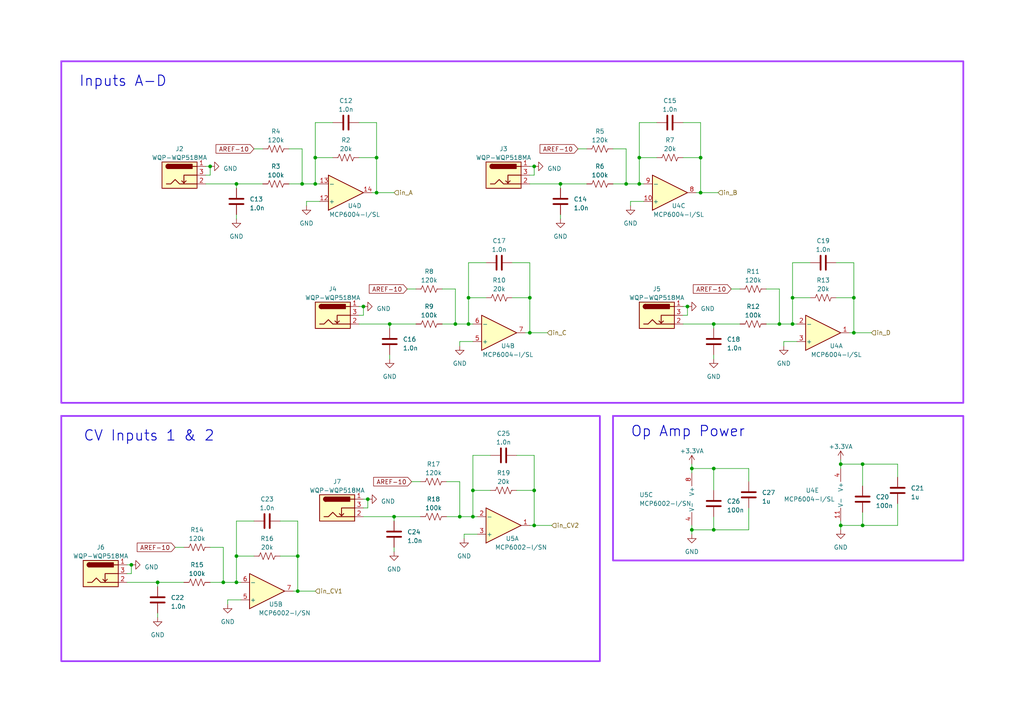
<source format=kicad_sch>
(kicad_sch (version 20230121) (generator eeschema)
  (paper "A4")
  (lib_symbols
    (symbol "Amplifier_Operational:MCP6002-xSN" (pin_names (offset 0.127))
      (property "Reference" "U" (at 0 5.08 0))
      (property "Value" "MCP6002-xSN" (at 0 -5.08 0))
      (symbol "MCP6002-xSN_1_1"
        (polyline (pts (xy -5.08 5.08) (xy 5.08 0) (xy -5.08 -5.08) (xy -5.08 5.08)) (stroke (width 0.254)) (fill (type background)))
        (pin output line (at 7.62 0 180) (length 2.54) (name "~") (number "1"))
        (pin input line (at -7.62 -2.54 0) (length 2.54) (name "-") (number "2"))
        (pin input line (at -7.62 2.54 0) (length 2.54) (name "+") (number "3"))
      )
      (symbol "MCP6002-xSN_2_1"
        (polyline (pts (xy -5.08 5.08) (xy 5.08 0) (xy -5.08 -5.08) (xy -5.08 5.08)) (stroke (width 0.254)) (fill (type background)))
        (pin input line (at -7.62 2.54 0) (length 2.54) (name "+") (number "5"))
        (pin input line (at -7.62 -2.54 0) (length 2.54) (name "-") (number "6"))
        (pin output line (at 7.62 0 180) (length 2.54) (name "~") (number "7"))
      )
      (symbol "MCP6002-xSN_3_1"
        (pin power_in line (at -2.54 -7.62 90) (length 3.81) (name "V-") (number "4"))
        (pin power_in line (at -2.54 7.62 270) (length 3.81) (name "V+") (number "8"))
      )
    )
    (symbol "Amplifier_Operational:MCP6004" (pin_names (offset 0.127))
      (property "Reference" "U" (at 0 5.08 0))
      (property "Value" "MCP6004" (at 0 -5.08 0))
      (symbol "MCP6004_1_1"
        (polyline (pts (xy -5.08 5.08) (xy 5.08 0) (xy -5.08 -5.08) (xy -5.08 5.08)) (stroke (width 0.254)) (fill (type background)))
        (pin output line (at 7.62 0 180) (length 2.54) (name "~") (number "1"))
        (pin input line (at -7.62 -2.54 0) (length 2.54) (name "-") (number "2"))
        (pin input line (at -7.62 2.54 0) (length 2.54) (name "+") (number "3"))
      )
      (symbol "MCP6004_2_1"
        (polyline (pts (xy -5.08 5.08) (xy 5.08 0) (xy -5.08 -5.08) (xy -5.08 5.08)) (stroke (width 0.254)) (fill (type background)))
        (pin input line (at -7.62 2.54 0) (length 2.54) (name "+") (number "5"))
        (pin input line (at -7.62 -2.54 0) (length 2.54) (name "-") (number "6"))
        (pin output line (at 7.62 0 180) (length 2.54) (name "~") (number "7"))
      )
      (symbol "MCP6004_3_1"
        (polyline (pts (xy -5.08 5.08) (xy 5.08 0) (xy -5.08 -5.08) (xy -5.08 5.08)) (stroke (width 0.254)) (fill (type background)))
        (pin input line (at -7.62 2.54 0) (length 2.54) (name "+") (number "10"))
        (pin output line (at 7.62 0 180) (length 2.54) (name "~") (number "8"))
        (pin input line (at -7.62 -2.54 0) (length 2.54) (name "-") (number "9"))
      )
      (symbol "MCP6004_4_1"
        (polyline (pts (xy -5.08 5.08) (xy 5.08 0) (xy -5.08 -5.08) (xy -5.08 5.08)) (stroke (width 0.254)) (fill (type background)))
        (pin input line (at -7.62 2.54 0) (length 2.54) (name "+") (number "12"))
        (pin input line (at -7.62 -2.54 0) (length 2.54) (name "-") (number "13"))
        (pin output line (at 7.62 0 180) (length 2.54) (name "~") (number "14"))
      )
      (symbol "MCP6004_5_1"
        (pin power_in line (at -2.54 -7.62 90) (length 3.81) (name "V-") (number "11"))
        (pin power_in line (at -2.54 7.62 270) (length 3.81) (name "V+") (number "4"))
      )
    )
    (symbol "Connector:Barrel_Jack_Switch" (pin_names hide)
      (property "Reference" "J" (at 0 5.334 0))
      (property "Value" "Barrel_Jack_Switch" (at 0 -5.08 0))
      (symbol "Barrel_Jack_Switch_0_1"
        (rectangle (start -5.08 3.81) (end 5.08 -3.81) (stroke (width 0.254)) (fill (type background)))
        (arc (start -3.302 3.175) (mid -3.9343 2.54) (end -3.302 1.905) (stroke (width 0.254)))
        (arc (start -3.302 3.175) (mid -3.9343 2.54) (end -3.302 1.905) (stroke (width 0.254)) (fill (type outline)))
        (polyline (pts (xy 1.27 -2.286) (xy 1.905 -1.651)) (stroke (width 0.254)))
        (polyline (pts (xy 5.08 2.54) (xy 3.81 2.54)) (stroke (width 0.254)))
        (polyline (pts (xy 5.08 0) (xy 1.27 0) (xy 1.27 -2.286) (xy 0.635 -1.651)) (stroke (width 0.254)))
        (polyline (pts (xy -3.81 -2.54) (xy -2.54 -2.54) (xy -1.27 -1.27) (xy 0 -2.54) (xy 2.54 -2.54) (xy 5.08 -2.54)) (stroke (width 0.254)))
        (rectangle (start 3.683 3.175) (end -3.302 1.905) (stroke (width 0.254)) (fill (type outline)))
      )
      (symbol "Barrel_Jack_Switch_1_1"
        (pin passive line (at 7.62 2.54 180) (length 2.54) (name "~") (number "1"))
        (pin passive line (at 7.62 -2.54 180) (length 2.54) (name "~") (number "2"))
        (pin passive line (at 7.62 0 180) (length 2.54) (name "~") (number "3"))
      )
    )
    (symbol "Device:C" (pin_numbers hide) (pin_names (offset 0.254))
      (property "Reference" "C" (at 0.635 2.54 0))
      (property "Value" "C" (at 0.635 -2.54 0))
      (symbol "C_0_1"
        (polyline (pts (xy -2.032 -0.762) (xy 2.032 -0.762)) (stroke (width 0.508)))
        (polyline (pts (xy -2.032 0.762) (xy 2.032 0.762)) (stroke (width 0.508)))
      )
      (symbol "C_1_1"
        (pin passive line (at 0 3.81 270) (length 2.794) (name "~") (number "1"))
        (pin passive line (at 0 -3.81 90) (length 2.794) (name "~") (number "2"))
      )
    )
    (symbol "Device:R_US" (pin_numbers hide) (pin_names (offset 0))
      (property "Reference" "R" (at 2.54 0 90))
      (property "Value" "R_US" (at -2.54 0 90))
      (symbol "R_US_0_1"
        (polyline (pts (xy 0 -2.286) (xy 0 -2.54)))
        (polyline (pts (xy 0 2.286) (xy 0 2.54)))
        (polyline (pts (xy 0 -0.762) (xy 1.016 -1.143) (xy 0 -1.524) (xy -1.016 -1.905) (xy 0 -2.286)))
        (polyline (pts (xy 0 0.762) (xy 1.016 0.381) (xy 0 0) (xy -1.016 -0.381) (xy 0 -0.762)))
        (polyline (pts (xy 0 2.286) (xy 1.016 1.905) (xy 0 1.524) (xy -1.016 1.143) (xy 0 0.762)))
      )
      (symbol "R_US_1_1"
        (pin passive line (at 0 3.81 270) (length 1.27) (name "~") (number "1"))
        (pin passive line (at 0 -3.81 90) (length 1.27) (name "~") (number "2"))
      )
    )
    (symbol "power:+3.3VA" (power) (pin_names (offset 0))
      (property "Value" "+3.3VA" (at 0 3.556 0))
      (symbol "+3.3VA_0_1"
        (polyline (pts (xy -0.762 1.27) (xy 0 2.54)))
        (polyline (pts (xy 0 0) (xy 0 2.54)))
        (polyline (pts (xy 0 2.54) (xy 0.762 1.27)))
      )
      (symbol "+3.3VA_1_1"
        (pin power_in line (at 0 0 90) (length 0) hide (name "+3.3VA") (number "1"))
      )
    )
    (symbol "power:GND" (power) (pin_names (offset 0))
      (property "Value" "GND" (at 0 -3.81 0))
      (symbol "GND_0_1"
        (polyline (pts (xy 0 0) (xy 0 -1.27) (xy 1.27 -1.27) (xy 0 -2.54) (xy -1.27 -1.27) (xy 0 -1.27)))
      )
      (symbol "GND_1_1"
        (pin power_in line (at 0 0 270) (length 0) hide (name "GND") (number "1"))
      )
    )
  )
  (junction (at 153.67 86.36))
  (junction (at 203.2 45.72))
  (junction (at 185.42 45.72))
  (junction (at 105.41 88.9))
  (junction (at 185.42 53.34))
  (junction (at 64.77 168.91))
  (junction (at 135.89 93.98))
  (junction (at 207.01 93.98))
  (junction (at 243.84 152.4))
  (junction (at 132.08 93.98))
  (junction (at 137.16 142.24))
  (junction (at 109.22 45.72))
  (junction (at 162.56 53.34))
  (junction (at 91.44 53.34))
  (junction (at 109.22 55.88))
  (junction (at 229.87 93.98))
  (junction (at 207.01 135.89))
  (junction (at 68.58 168.91))
  (junction (at 68.58 161.29))
  (junction (at 68.58 53.34))
  (junction (at 114.3 149.86))
  (junction (at 154.94 152.4))
  (junction (at 207.01 153.67))
  (junction (at 199.39 88.9))
  (junction (at 226.06 93.98))
  (junction (at 106.68 144.78))
  (junction (at 87.63 53.34))
  (junction (at 247.65 86.36))
  (junction (at 200.66 135.89))
  (junction (at 247.65 96.52))
  (junction (at 200.66 153.67))
  (junction (at 45.72 168.91))
  (junction (at 135.89 86.36))
  (junction (at 91.44 45.72))
  (junction (at 133.35 149.86))
  (junction (at 243.84 134.62))
  (junction (at 137.16 149.86))
  (junction (at 86.36 171.45))
  (junction (at 154.94 142.24))
  (junction (at 86.36 161.29))
  (junction (at 203.2 55.88))
  (junction (at 153.67 96.52))
  (junction (at 38.1 163.83))
  (junction (at 250.19 134.62))
  (junction (at 229.87 86.36))
  (junction (at 60.96 48.26))
  (junction (at 181.61 53.34))
  (junction (at 113.03 93.98))
  (junction (at 250.19 152.4))
  (junction (at 154.94 48.26))
  (wire (pts (xy 182.88 58.42) (xy 182.88 59.69)))
  (wire (pts (xy 133.35 99.06) (xy 133.35 100.33)))
  (wire (pts (xy 226.06 83.82) (xy 226.06 93.98)))
  (wire (pts (xy 105.41 147.32) (xy 106.68 147.32)))
  (wire (pts (xy 68.58 53.34) (xy 68.58 54.61)))
  (wire (pts (xy 203.2 35.56) (xy 198.12 35.56)))
  (wire (pts (xy 154.94 132.08) (xy 149.86 132.08)))
  (wire (pts (xy 153.67 76.2) (xy 153.67 86.36)))
  (wire (pts (xy 200.66 153.67) (xy 200.66 154.94)))
  (wire (pts (xy 185.42 53.34) (xy 186.69 53.34)))
  (wire (pts (xy 242.57 86.36) (xy 247.65 86.36)))
  (wire (pts (xy 153.67 53.34) (xy 162.56 53.34)))
  (wire (pts (xy 109.22 35.56) (xy 104.14 35.56)))
  (wire (pts (xy 114.3 149.86) (xy 121.92 149.86)))
  (wire (pts (xy 207.01 149.86) (xy 207.01 153.67)))
  (wire (pts (xy 38.1 166.37) (xy 38.1 163.83)))
  (wire (pts (xy 203.2 45.72) (xy 203.2 55.88)))
  (wire (pts (xy 86.36 171.45) (xy 85.09 171.45)))
  (wire (pts (xy 247.65 76.2) (xy 242.57 76.2)))
  (wire (pts (xy 207.01 153.67) (xy 200.66 153.67)))
  (wire (pts (xy 247.65 86.36) (xy 247.65 96.52)))
  (wire (pts (xy 135.89 86.36) (xy 140.97 86.36)))
  (wire (pts (xy 154.94 50.8) (xy 154.94 48.26)))
  (wire (pts (xy 198.12 91.44) (xy 199.39 91.44)))
  (wire (pts (xy 200.66 135.89) (xy 200.66 137.16)))
  (wire (pts (xy 60.96 168.91) (xy 64.77 168.91)))
  (wire (pts (xy 69.85 173.99) (xy 66.04 173.99)))
  (wire (pts (xy 106.68 147.32) (xy 106.68 144.78)))
  (wire (pts (xy 153.67 48.26) (xy 154.94 48.26)))
  (wire (pts (xy 154.94 152.4) (xy 160.02 152.4)))
  (wire (pts (xy 64.77 168.91) (xy 68.58 168.91)))
  (wire (pts (xy 59.69 50.8) (xy 60.96 50.8)))
  (wire (pts (xy 186.69 58.42) (xy 182.88 58.42)))
  (wire (pts (xy 60.96 158.75) (xy 64.77 158.75)))
  (wire (pts (xy 59.69 48.26) (xy 60.96 48.26)))
  (wire (pts (xy 104.14 93.98) (xy 113.03 93.98)))
  (wire (pts (xy 36.83 168.91) (xy 45.72 168.91)))
  (wire (pts (xy 129.54 139.7) (xy 133.35 139.7)))
  (wire (pts (xy 114.3 149.86) (xy 114.3 151.13)))
  (wire (pts (xy 203.2 55.88) (xy 208.28 55.88)))
  (wire (pts (xy 129.54 149.86) (xy 133.35 149.86)))
  (wire (pts (xy 73.66 43.18) (xy 76.2 43.18)))
  (wire (pts (xy 87.63 53.34) (xy 91.44 53.34)))
  (wire (pts (xy 153.67 96.52) (xy 158.75 96.52)))
  (wire (pts (xy 198.12 45.72) (xy 203.2 45.72)))
  (wire (pts (xy 217.17 153.67) (xy 207.01 153.67)))
  (wire (pts (xy 181.61 43.18) (xy 181.61 53.34)))
  (wire (pts (xy 229.87 86.36) (xy 229.87 76.2)))
  (wire (pts (xy 229.87 93.98) (xy 231.14 93.98)))
  (wire (pts (xy 128.27 93.98) (xy 132.08 93.98)))
  (wire (pts (xy 92.71 58.42) (xy 88.9 58.42)))
  (wire (pts (xy 250.19 140.97) (xy 250.19 134.62)))
  (wire (pts (xy 45.72 168.91) (xy 45.72 170.18)))
  (wire (pts (xy 86.36 161.29) (xy 86.36 171.45)))
  (wire (pts (xy 200.66 134.62) (xy 200.66 135.89)))
  (wire (pts (xy 109.22 35.56) (xy 109.22 45.72)))
  (wire (pts (xy 66.04 173.99) (xy 66.04 175.26)))
  (wire (pts (xy 83.82 53.34) (xy 87.63 53.34)))
  (wire (pts (xy 91.44 35.56) (xy 96.52 35.56)))
  (wire (pts (xy 137.16 149.86) (xy 138.43 149.86)))
  (wire (pts (xy 114.3 158.75) (xy 114.3 160.02)))
  (wire (pts (xy 86.36 151.13) (xy 86.36 161.29)))
  (wire (pts (xy 222.25 93.98) (xy 226.06 93.98)))
  (wire (pts (xy 64.77 158.75) (xy 64.77 168.91)))
  (wire (pts (xy 229.87 86.36) (xy 229.87 93.98)))
  (wire (pts (xy 198.12 93.98) (xy 207.01 93.98)))
  (wire (pts (xy 60.96 50.8) (xy 60.96 48.26)))
  (wire (pts (xy 200.66 152.4) (xy 200.66 153.67)))
  (wire (pts (xy 243.84 152.4) (xy 243.84 153.67)))
  (wire (pts (xy 104.14 88.9) (xy 105.41 88.9)))
  (wire (pts (xy 138.43 154.94) (xy 134.62 154.94)))
  (wire (pts (xy 162.56 53.34) (xy 170.18 53.34)))
  (wire (pts (xy 149.86 142.24) (xy 154.94 142.24)))
  (wire (pts (xy 227.33 99.06) (xy 227.33 100.33)))
  (wire (pts (xy 137.16 142.24) (xy 142.24 142.24)))
  (wire (pts (xy 105.41 149.86) (xy 114.3 149.86)))
  (wire (pts (xy 81.28 161.29) (xy 86.36 161.29)))
  (wire (pts (xy 109.22 45.72) (xy 109.22 55.88)))
  (wire (pts (xy 135.89 76.2) (xy 140.97 76.2)))
  (wire (pts (xy 199.39 91.44) (xy 199.39 88.9)))
  (wire (pts (xy 86.36 171.45) (xy 91.44 171.45)))
  (wire (pts (xy 133.35 149.86) (xy 137.16 149.86)))
  (wire (pts (xy 148.59 86.36) (xy 153.67 86.36)))
  (wire (pts (xy 68.58 161.29) (xy 68.58 168.91)))
  (wire (pts (xy 113.03 93.98) (xy 113.03 95.25)))
  (wire (pts (xy 229.87 76.2) (xy 234.95 76.2)))
  (wire (pts (xy 68.58 62.23) (xy 68.58 63.5)))
  (wire (pts (xy 137.16 142.24) (xy 137.16 149.86)))
  (wire (pts (xy 36.83 166.37) (xy 38.1 166.37)))
  (wire (pts (xy 86.36 151.13) (xy 81.28 151.13)))
  (wire (pts (xy 250.19 134.62) (xy 243.84 134.62)))
  (wire (pts (xy 113.03 102.87) (xy 113.03 104.14)))
  (wire (pts (xy 132.08 83.82) (xy 132.08 93.98)))
  (wire (pts (xy 229.87 86.36) (xy 234.95 86.36)))
  (wire (pts (xy 203.2 55.88) (xy 201.93 55.88)))
  (wire (pts (xy 167.64 43.18) (xy 170.18 43.18)))
  (wire (pts (xy 45.72 168.91) (xy 53.34 168.91)))
  (wire (pts (xy 153.67 76.2) (xy 148.59 76.2)))
  (wire (pts (xy 135.89 86.36) (xy 135.89 93.98)))
  (wire (pts (xy 119.38 139.7) (xy 121.92 139.7)))
  (wire (pts (xy 198.12 88.9) (xy 199.39 88.9)))
  (wire (pts (xy 88.9 58.42) (xy 88.9 59.69)))
  (wire (pts (xy 91.44 45.72) (xy 91.44 53.34)))
  (wire (pts (xy 135.89 86.36) (xy 135.89 76.2)))
  (wire (pts (xy 181.61 53.34) (xy 185.42 53.34)))
  (wire (pts (xy 113.03 93.98) (xy 120.65 93.98)))
  (wire (pts (xy 203.2 35.56) (xy 203.2 45.72)))
  (wire (pts (xy 91.44 53.34) (xy 92.71 53.34)))
  (wire (pts (xy 68.58 53.34) (xy 76.2 53.34)))
  (wire (pts (xy 135.89 93.98) (xy 137.16 93.98)))
  (wire (pts (xy 107.95 55.88) (xy 109.22 55.88)))
  (wire (pts (xy 185.42 35.56) (xy 190.5 35.56)))
  (wire (pts (xy 185.42 45.72) (xy 185.42 35.56)))
  (wire (pts (xy 137.16 132.08) (xy 142.24 132.08)))
  (wire (pts (xy 154.94 142.24) (xy 154.94 152.4)))
  (wire (pts (xy 247.65 96.52) (xy 246.38 96.52)))
  (wire (pts (xy 50.8 158.75) (xy 53.34 158.75)))
  (wire (pts (xy 217.17 147.32) (xy 217.17 153.67)))
  (wire (pts (xy 243.84 134.62) (xy 243.84 135.89)))
  (wire (pts (xy 162.56 53.34) (xy 162.56 54.61)))
  (wire (pts (xy 212.09 83.82) (xy 214.63 83.82)))
  (wire (pts (xy 207.01 102.87) (xy 207.01 104.14)))
  (wire (pts (xy 128.27 83.82) (xy 132.08 83.82)))
  (wire (pts (xy 185.42 45.72) (xy 190.5 45.72)))
  (wire (pts (xy 217.17 135.89) (xy 207.01 135.89)))
  (wire (pts (xy 207.01 142.24) (xy 207.01 135.89)))
  (wire (pts (xy 162.56 62.23) (xy 162.56 63.5)))
  (wire (pts (xy 153.67 96.52) (xy 152.4 96.52)))
  (wire (pts (xy 250.19 148.59) (xy 250.19 152.4)))
  (wire (pts (xy 68.58 161.29) (xy 73.66 161.29)))
  (wire (pts (xy 260.35 146.05) (xy 260.35 152.4)))
  (wire (pts (xy 231.14 99.06) (xy 227.33 99.06)))
  (wire (pts (xy 207.01 93.98) (xy 207.01 95.25)))
  (wire (pts (xy 250.19 152.4) (xy 243.84 152.4)))
  (wire (pts (xy 118.11 83.82) (xy 120.65 83.82)))
  (wire (pts (xy 207.01 93.98) (xy 214.63 93.98)))
  (wire (pts (xy 260.35 138.43) (xy 260.35 134.62)))
  (wire (pts (xy 207.01 135.89) (xy 200.66 135.89)))
  (wire (pts (xy 105.41 144.78) (xy 106.68 144.78)))
  (wire (pts (xy 153.67 86.36) (xy 153.67 96.52)))
  (wire (pts (xy 154.94 132.08) (xy 154.94 142.24)))
  (wire (pts (xy 104.14 45.72) (xy 109.22 45.72)))
  (wire (pts (xy 260.35 134.62) (xy 250.19 134.62)))
  (wire (pts (xy 59.69 53.34) (xy 68.58 53.34)))
  (wire (pts (xy 177.8 53.34) (xy 181.61 53.34)))
  (wire (pts (xy 87.63 43.18) (xy 87.63 53.34)))
  (wire (pts (xy 247.65 76.2) (xy 247.65 86.36)))
  (wire (pts (xy 36.83 163.83) (xy 38.1 163.83)))
  (wire (pts (xy 226.06 93.98) (xy 229.87 93.98)))
  (wire (pts (xy 45.72 177.8) (xy 45.72 179.07)))
  (wire (pts (xy 68.58 151.13) (xy 73.66 151.13)))
  (wire (pts (xy 83.82 43.18) (xy 87.63 43.18)))
  (wire (pts (xy 177.8 43.18) (xy 181.61 43.18)))
  (wire (pts (xy 104.14 91.44) (xy 105.41 91.44)))
  (wire (pts (xy 217.17 139.7) (xy 217.17 135.89)))
  (wire (pts (xy 68.58 161.29) (xy 68.58 151.13)))
  (wire (pts (xy 91.44 45.72) (xy 91.44 35.56)))
  (wire (pts (xy 132.08 93.98) (xy 135.89 93.98)))
  (wire (pts (xy 137.16 142.24) (xy 137.16 132.08)))
  (wire (pts (xy 222.25 83.82) (xy 226.06 83.82)))
  (wire (pts (xy 154.94 152.4) (xy 153.67 152.4)))
  (wire (pts (xy 247.65 96.52) (xy 252.73 96.52)))
  (wire (pts (xy 133.35 139.7) (xy 133.35 149.86)))
  (wire (pts (xy 243.84 151.13) (xy 243.84 152.4)))
  (wire (pts (xy 105.41 91.44) (xy 105.41 88.9)))
  (wire (pts (xy 153.67 50.8) (xy 154.94 50.8)))
  (wire (pts (xy 109.22 55.88) (xy 114.3 55.88)))
  (wire (pts (xy 243.84 133.35) (xy 243.84 134.62)))
  (wire (pts (xy 260.35 152.4) (xy 250.19 152.4)))
  (wire (pts (xy 137.16 99.06) (xy 133.35 99.06)))
  (wire (pts (xy 185.42 45.72) (xy 185.42 53.34)))
  (wire (pts (xy 91.44 45.72) (xy 96.52 45.72)))
  (wire (pts (xy 134.62 154.94) (xy 134.62 156.21)))
  (wire (pts (xy 68.58 168.91) (xy 69.85 168.91)))
  (rectangle (start 17.78 17.78) (end 279.4 116.84) (stroke (width 0.5) (color 160 58 255 1)))
  (rectangle (start 177.8 120.65) (end 279.4 162.56) (stroke (width 0.5) (color 160 58 255 1)))
  (rectangle (start 17.78 120.65) (end 173.99 191.77) (stroke (width 0.5) (color 160 58 255 1)))
  (text "Inputs A-D" (at 22.86 25.4 0) (effects (font (size 3 3) (thickness 0.254) bold) (justify left bottom)))
  (text "CV Inputs 1 & 2" (at 24.13 128.27 0) (effects (font (size 3 3) (thickness 0.254) bold) (justify left bottom)))
  (text "Op Amp Power" (at 182.88 127 0) (effects (font (size 3 3) (thickness 0.254) bold) (justify left bottom)))
  (global_label "AREF-10" (shape input) (at 212.09 83.82 180) (property "Intersheetrefs" "${INTERSHEET_REFS}" (effects hide)))
  (global_label "AREF-10" (shape input) (at 167.64 43.18 180) (property "Intersheetrefs" "${INTERSHEET_REFS}" (effects hide)))
  (global_label "AREF-10" (shape input) (at 118.11 83.82 180) (property "Intersheetrefs" "${INTERSHEET_REFS}" (effects hide)))
  (global_label "AREF-10" (shape input) (at 50.8 158.75 180) (property "Intersheetrefs" "${INTERSHEET_REFS}" (effects hide)))
  (global_label "AREF-10" (shape input) (at 119.38 139.7 180) (property "Intersheetrefs" "${INTERSHEET_REFS}" (effects hide)))
  (global_label "AREF-10" (shape input) (at 73.66 43.18 180) (property "Intersheetrefs" "${INTERSHEET_REFS}" (effects hide)))
  (hierarchical_label "in_B" (shape input) (at 208.28 55.88 0))
  (hierarchical_label "in_CV2" (shape input) (at 160.02 152.4 0))
  (hierarchical_label "in_CV1" (shape input) (at 91.44 171.45 0))
  (hierarchical_label "in_C" (shape input) (at 158.75 96.52 0))
  (hierarchical_label "in_D" (shape input) (at 252.73 96.52 0))
  (hierarchical_label "in_A" (shape input) (at 114.3 55.88 0))
  (symbol (lib_id "Device:R_US") (at 124.46 83.82 90) (unit 1)
    (property "Reference" "R8" (at 124.46 78.74 90))
    (property "Value" "120k" (at 124.46 81.28 90))
    (property "Footprint" "Resistor_SMD:R_0402_1005Metric" (effects hide))
    (property "Mouser Part No." "CRCW0402120KFKED" (effects hide))
  )
  (symbol (lib_id "power:GND") (at 162.56 63.5 0) (unit 1)
    (property "Reference" "#PWR020" (effects hide))
    (property "Value" "GND" (at 162.56 68.58 0))
  )
  (symbol (lib_id "power:GND") (at 207.01 104.14 0) (unit 1)
    (property "Reference" "#PWR026" (effects hide))
    (property "Value" "GND" (at 207.01 109.22 0))
  )
  (symbol (lib_id "power:GND") (at 106.68 144.78 90) (unit 1)
    (property "Reference" "#PWR033" (effects hide))
    (property "Value" "GND" (at 110.49 145.415 90) (effects (justify right)))
  )
  (symbol (lib_id "power:GND") (at 105.41 88.9 90) (unit 1)
    (property "Reference" "#PWR022" (effects hide))
    (property "Value" "GND" (at 109.22 89.535 90) (effects (justify right)))
  )
  (symbol (lib_id "Device:C") (at 68.58 58.42 0) (unit 1)
    (property "Reference" "C13" (at 72.39 57.785 0) (effects (justify left)))
    (property "Value" "1.0n" (at 72.39 60.325 0) (effects (justify left)))
    (property "Footprint" "Capacitor_SMD:C_0402_1005Metric" (effects hide))
    (property "Mouser Part No." "GRM155R71H102KA01J " (effects hide))
  )
  (symbol (lib_id "Amplifier_Operational:MCP6002-xSN") (at 77.47 171.45 0) (mirror x) (unit 2)
    (property "Reference" "U5" (at 80.01 175.26 0))
    (property "Value" "MCP6002-I/SN" (at 82.55 177.8 0))
    (property "Footprint" "Package_SO:SOIC-8_3.9x4.9mm_P1.27mm" (effects hide))
    (property "Datasheet" "http://ww1.microchip.com/downloads/en/DeviceDoc/21733j.pdf" (effects hide))
  )
  (symbol (lib_id "Device:C") (at 100.33 35.56 90) (unit 1)
    (property "Reference" "C12" (at 100.33 29.21 90))
    (property "Value" "1.0n" (at 100.33 31.75 90))
    (property "Footprint" "Capacitor_SMD:C_0402_1005Metric" (effects hide))
    (property "Mouser Part No." "GRM155R71H102KA01J " (effects hide))
  )
  (symbol (lib_id "power:GND") (at 134.62 156.21 0) (unit 1)
    (property "Reference" "#PWR035" (effects hide))
    (property "Value" "GND" (at 134.62 161.29 0))
  )
  (symbol (lib_id "Device:R_US") (at 173.99 43.18 90) (unit 1)
    (property "Reference" "R5" (at 173.99 38.1 90))
    (property "Value" "120k" (at 173.99 40.64 90))
    (property "Footprint" "Resistor_SMD:R_0402_1005Metric" (effects hide))
    (property "Mouser Part No." "CRCW0402120KFKED" (effects hide))
  )
  (symbol (lib_id "Device:C") (at 45.72 173.99 0) (unit 1)
    (property "Reference" "C22" (at 49.53 173.355 0) (effects (justify left)))
    (property "Value" "1.0n" (at 49.53 175.895 0) (effects (justify left)))
    (property "Footprint" "Capacitor_SMD:C_0402_1005Metric" (effects hide))
    (property "Mouser Part No." "GRM155R71H102KA01J " (effects hide))
  )
  (symbol (lib_id "Device:C") (at 238.76 76.2 90) (unit 1)
    (property "Reference" "C19" (at 238.76 69.85 90))
    (property "Value" "1.0n" (at 238.76 72.39 90))
    (property "Footprint" "Capacitor_SMD:C_0402_1005Metric" (effects hide))
    (property "Mouser Part No." "GRM155R71H102KA01J " (effects hide))
  )
  (symbol (lib_id "power:GND") (at 200.66 154.94 0) (unit 1)
    (property "Reference" "#PWR037" (effects hide))
    (property "Value" "GND" (at 200.66 160.02 0))
  )
  (symbol (lib_id "power:GND") (at 114.3 160.02 0) (unit 1)
    (property "Reference" "#PWR034" (effects hide))
    (property "Value" "GND" (at 114.3 165.1 0))
  )
  (symbol (lib_id "Connector:Barrel_Jack_Switch") (at 29.21 166.37 0) (unit 1)
    (property "Reference" "J6" (at 29.21 158.75 0))
    (property "Value" "WQP-WQP518MA" (at 29.21 161.29 0))
    (property "Footprint" "GateDrFootprintLibrary:AudioJack_WQP518MA" (effects hide))
  )
  (symbol (lib_id "Device:C") (at 250.19 144.78 0) (unit 1)
    (property "Reference" "C20" (at 254 144.145 0) (effects (justify left)))
    (property "Value" "100n" (at 254 146.685 0) (effects (justify left)))
    (property "Footprint" "Capacitor_SMD:C_0402_1005Metric" (effects hide))
    (property "Mouser Part No." "GRM155R71H104KE14J " (effects hide))
  )
  (symbol (lib_id "Device:R_US") (at 77.47 161.29 90) (unit 1)
    (property "Reference" "R16" (at 77.47 156.21 90))
    (property "Value" "20k" (at 77.47 158.75 90))
    (property "Footprint" "Resistor_SMD:R_0402_1005Metric" (effects hide))
    (property "Mouser Part No." "CRCW040220K0FKED" (effects hide))
  )
  (symbol (lib_id "power:GND") (at 154.94 48.26 90) (unit 1)
    (property "Reference" "#PWR019" (effects hide))
    (property "Value" "GND" (at 158.75 48.895 90) (effects (justify right)))
  )
  (symbol (lib_id "Device:C") (at 113.03 99.06 0) (unit 1)
    (property "Reference" "C16" (at 116.84 98.425 0) (effects (justify left)))
    (property "Value" "1.0n" (at 116.84 100.965 0) (effects (justify left)))
    (property "Footprint" "Capacitor_SMD:C_0402_1005Metric" (effects hide))
    (property "Mouser Part No." "GRM155R71H102KA01J " (effects hide))
  )
  (symbol (lib_id "Device:C") (at 260.35 142.24 0) (unit 1)
    (property "Reference" "C21" (at 264.16 141.605 0) (effects (justify left)))
    (property "Value" "1u" (at 264.16 144.145 0) (effects (justify left)))
    (property "Footprint" "Capacitor_SMD:C_0603_1608Metric" (effects hide))
    (property "Mouser Part No." "GCM188R71E105KA64D" (effects hide))
  )
  (symbol (lib_id "power:+3.3VA") (at 243.84 133.35 0) (unit 1)
    (property "Reference" "#PWR029" (effects hide))
    (property "Value" "+3.3VA" (at 243.84 129.54 0))
  )
  (symbol (lib_id "Device:R_US") (at 57.15 168.91 90) (unit 1)
    (property "Reference" "R15" (at 57.15 163.83 90))
    (property "Value" "100k" (at 57.15 166.37 90))
    (property "Footprint" "Resistor_SMD:R_0402_1005Metric" (effects hide))
    (property "Mouser Part No." "CRCW0402100KFKED" (effects hide))
  )
  (symbol (lib_id "Device:C") (at 162.56 58.42 0) (unit 1)
    (property "Reference" "C14" (at 166.37 57.785 0) (effects (justify left)))
    (property "Value" "1.0n" (at 166.37 60.325 0) (effects (justify left)))
    (property "Footprint" "Capacitor_SMD:C_0402_1005Metric" (effects hide))
    (property "Mouser Part No." "GRM155R71H102KA01J " (effects hide))
  )
  (symbol (lib_id "Device:R_US") (at 80.01 53.34 90) (unit 1)
    (property "Reference" "R3" (at 80.01 48.26 90))
    (property "Value" "100k" (at 80.01 50.8 90))
    (property "Footprint" "Resistor_SMD:R_0402_1005Metric" (effects hide))
    (property "Mouser Part No." "CRCW0402100KFKED" (effects hide))
  )
  (symbol (lib_id "Amplifier_Operational:MCP6002-xSN") (at 146.05 152.4 0) (mirror x) (unit 1)
    (property "Reference" "U5" (at 148.59 156.21 0))
    (property "Value" "MCP6002-I/SN" (at 151.13 158.75 0))
    (property "Footprint" "Package_SO:SOIC-8_3.9x4.9mm_P1.27mm" (effects hide))
    (property "Datasheet" "http://ww1.microchip.com/downloads/en/DeviceDoc/21733j.pdf" (effects hide))
  )
  (symbol (lib_id "power:GND") (at 227.33 100.33 0) (unit 1)
    (property "Reference" "#PWR027" (effects hide))
    (property "Value" "GND" (at 227.33 105.41 0))
  )
  (symbol (lib_id "Device:R_US") (at 124.46 93.98 90) (unit 1)
    (property "Reference" "R9" (at 124.46 88.9 90))
    (property "Value" "100k" (at 124.46 91.44 90))
    (property "Footprint" "Resistor_SMD:R_0402_1005Metric" (effects hide))
    (property "Mouser Part No." "CRCW0402100KFKED" (effects hide))
  )
  (symbol (lib_id "power:GND") (at 199.39 88.9 90) (unit 1)
    (property "Reference" "#PWR025" (effects hide))
    (property "Value" "GND" (at 203.2 89.535 90) (effects (justify right)))
  )
  (symbol (lib_id "Device:R_US") (at 125.73 139.7 90) (unit 1)
    (property "Reference" "R17" (at 125.73 134.62 90))
    (property "Value" "120k" (at 125.73 137.16 90))
    (property "Footprint" "Resistor_SMD:R_0402_1005Metric" (effects hide))
    (property "Mouser Part No." "CRCW0402120KFKED" (effects hide))
  )
  (symbol (lib_id "power:GND") (at 88.9 59.69 0) (unit 1)
    (property "Reference" "#PWR016" (effects hide))
    (property "Value" "GND" (at 88.9 64.77 0))
  )
  (symbol (lib_id "Amplifier_Operational:MCP6004") (at 144.78 96.52 0) (mirror x) (unit 2)
    (property "Reference" "U4" (at 147.32 100.33 0))
    (property "Value" "MCP6004-I/SL" (at 147.32 102.87 0))
    (property "Footprint" "Package_SO:SOIC-14_3.9x8.7mm_P1.27mm" (effects hide))
    (property "Datasheet" "http://ww1.microchip.com/downloads/en/DeviceDoc/21733j.pdf" (effects hide))
  )
  (symbol (lib_id "power:GND") (at 45.72 179.07 0) (unit 1)
    (property "Reference" "#PWR031" (effects hide))
    (property "Value" "GND" (at 45.72 184.15 0))
  )
  (symbol (lib_id "Device:R_US") (at 218.44 93.98 90) (unit 1)
    (property "Reference" "R12" (at 218.44 88.9 90))
    (property "Value" "100k" (at 218.44 91.44 90))
    (property "Footprint" "Resistor_SMD:R_0402_1005Metric" (effects hide))
    (property "Mouser Part No." "CRCW0402100KFKED" (effects hide))
  )
  (symbol (lib_id "power:GND") (at 68.58 63.5 0) (unit 1)
    (property "Reference" "#PWR018" (effects hide))
    (property "Value" "GND" (at 68.58 68.58 0))
  )
  (symbol (lib_id "Device:C") (at 207.01 99.06 0) (unit 1)
    (property "Reference" "C18" (at 210.82 98.425 0) (effects (justify left)))
    (property "Value" "1.0n" (at 210.82 100.965 0) (effects (justify left)))
    (property "Footprint" "Capacitor_SMD:C_0402_1005Metric" (effects hide))
    (property "Mouser Part No." "GRM155R71H102KA01J " (effects hide))
  )
  (symbol (lib_id "power:+3.3VA") (at 200.66 134.62 0) (unit 1)
    (property "Reference" "#PWR036" (effects hide))
    (property "Value" "+3.3VA" (at 200.66 130.81 0))
  )
  (symbol (lib_id "Device:R_US") (at 146.05 142.24 90) (unit 1)
    (property "Reference" "R19" (at 146.05 137.16 90))
    (property "Value" "20k" (at 146.05 139.7 90))
    (property "Footprint" "Resistor_SMD:R_0402_1005Metric" (effects hide))
    (property "Mouser Part No." "CRCW040220K0FKED" (effects hide))
  )
  (symbol (lib_id "Device:R_US") (at 194.31 45.72 90) (unit 1)
    (property "Reference" "R7" (at 194.31 40.64 90))
    (property "Value" "20k" (at 194.31 43.18 90))
    (property "Footprint" "Resistor_SMD:R_0402_1005Metric" (effects hide))
    (property "Mouser Part No." "CRCW040220K0FKED" (effects hide))
  )
  (symbol (lib_id "Device:C") (at 217.17 143.51 0) (unit 1)
    (property "Reference" "C27" (at 220.98 142.875 0) (effects (justify left)))
    (property "Value" "1u" (at 220.98 145.415 0) (effects (justify left)))
    (property "Footprint" "Capacitor_SMD:C_0603_1608Metric" (effects hide))
    (property "Mouser Part No." "GCM188R71E105KA64D" (effects hide))
  )
  (symbol (lib_id "Device:R_US") (at 218.44 83.82 90) (unit 1)
    (property "Reference" "R11" (at 218.44 78.74 90))
    (property "Value" "120k" (at 218.44 81.28 90))
    (property "Footprint" "Resistor_SMD:R_0402_1005Metric" (effects hide))
    (property "Mouser Part No." "CRCW0402120KFKED" (effects hide))
  )
  (symbol (lib_id "Device:C") (at 146.05 132.08 90) (unit 1)
    (property "Reference" "C25" (at 146.05 125.73 90))
    (property "Value" "1.0n" (at 146.05 128.27 90))
    (property "Footprint" "Capacitor_SMD:C_0402_1005Metric" (effects hide))
    (property "Mouser Part No." "GRM155R71H102KA01J " (effects hide))
  )
  (symbol (lib_id "power:GND") (at 182.88 59.69 0) (unit 1)
    (property "Reference" "#PWR021" (effects hide))
    (property "Value" "GND" (at 182.88 64.77 0))
  )
  (symbol (lib_id "Connector:Barrel_Jack_Switch") (at 52.07 50.8 0) (unit 1)
    (property "Reference" "J2" (at 52.07 43.18 0))
    (property "Value" "WQP-WQP518MA" (at 52.07 45.72 0))
    (property "Footprint" "GateDrFootprintLibrary:AudioJack_WQP518MA" (effects hide))
  )
  (symbol (lib_id "Amplifier_Operational:MCP6004") (at 246.38 143.51 0) (unit 5)
    (property "Reference" "U4" (at 233.68 142.24 0) (effects (justify left)))
    (property "Value" "MCP6004-I/SL" (at 227.33 144.78 0) (effects (justify left)))
    (property "Footprint" "Package_SO:SOIC-14_3.9x8.7mm_P1.27mm" (effects hide))
    (property "Datasheet" "http://ww1.microchip.com/downloads/en/DeviceDoc/21733j.pdf" (effects hide))
  )
  (symbol (lib_id "Device:R_US") (at 100.33 45.72 90) (unit 1)
    (property "Reference" "R2" (at 100.33 40.64 90))
    (property "Value" "20k" (at 100.33 43.18 90))
    (property "Footprint" "Resistor_SMD:R_0402_1005Metric" (effects hide))
    (property "Mouser Part No." "CRCW040220K0FKED" (effects hide))
  )
  (symbol (lib_id "Device:R_US") (at 173.99 53.34 90) (unit 1)
    (property "Reference" "R6" (at 173.99 48.26 90))
    (property "Value" "100k" (at 173.99 50.8 90))
    (property "Footprint" "Resistor_SMD:R_0402_1005Metric" (effects hide))
    (property "Mouser Part No." "CRCW0402100KFKED" (effects hide))
  )
  (symbol (lib_id "Device:C") (at 207.01 146.05 0) (unit 1)
    (property "Reference" "C26" (at 210.82 145.415 0) (effects (justify left)))
    (property "Value" "100n" (at 210.82 147.955 0) (effects (justify left)))
    (property "Footprint" "Capacitor_SMD:C_0402_1005Metric" (effects hide))
    (property "Mouser Part No." "GRM155R71H104KE14J " (effects hide))
  )
  (symbol (lib_id "Device:R_US") (at 80.01 43.18 90) (unit 1)
    (property "Reference" "R4" (at 80.01 38.1 90))
    (property "Value" "120k" (at 80.01 40.64 90))
    (property "Footprint" "Resistor_SMD:R_0402_1005Metric" (effects hide))
    (property "Mouser Part No." "CRCW0402120KFKED" (effects hide))
  )
  (symbol (lib_id "Device:R_US") (at 238.76 86.36 90) (unit 1)
    (property "Reference" "R13" (at 238.76 81.28 90))
    (property "Value" "20k" (at 238.76 83.82 90))
    (property "Footprint" "Resistor_SMD:R_0402_1005Metric" (effects hide))
    (property "Mouser Part No." "CRCW040220K0FKED" (effects hide))
  )
  (symbol (lib_id "Connector:Barrel_Jack_Switch") (at 190.5 91.44 0) (unit 1)
    (property "Reference" "J5" (at 190.5 83.82 0))
    (property "Value" "WQP-WQP518MA" (at 190.5 86.36 0))
    (property "Footprint" "GateDrFootprintLibrary:AudioJack_WQP518MA" (effects hide))
  )
  (symbol (lib_id "power:GND") (at 38.1 163.83 90) (unit 1)
    (property "Reference" "#PWR030" (effects hide))
    (property "Value" "GND" (at 41.91 164.465 90) (effects (justify right)))
  )
  (symbol (lib_id "power:GND") (at 66.04 175.26 0) (unit 1)
    (property "Reference" "#PWR032" (effects hide))
    (property "Value" "GND" (at 66.04 180.34 0))
  )
  (symbol (lib_id "Amplifier_Operational:MCP6004") (at 100.33 55.88 0) (mirror x) (unit 4)
    (property "Reference" "U4" (at 102.87 59.69 0))
    (property "Value" "MCP6004-I/SL" (at 102.87 62.23 0))
    (property "Footprint" "Package_SO:SOIC-14_3.9x8.7mm_P1.27mm" (effects hide))
    (property "Datasheet" "http://ww1.microchip.com/downloads/en/DeviceDoc/21733j.pdf" (effects hide))
  )
  (symbol (lib_id "Connector:Barrel_Jack_Switch") (at 146.05 50.8 0) (unit 1)
    (property "Reference" "J3" (at 146.05 43.18 0))
    (property "Value" "WQP-WQP518MA" (at 146.05 45.72 0))
    (property "Footprint" "GateDrFootprintLibrary:AudioJack_WQP518MA" (effects hide))
  )
  (symbol (lib_id "Device:C") (at 194.31 35.56 90) (unit 1)
    (property "Reference" "C15" (at 194.31 29.21 90))
    (property "Value" "1.0n" (at 194.31 31.75 90))
    (property "Footprint" "Capacitor_SMD:C_0402_1005Metric" (effects hide))
    (property "Mouser Part No." "GRM155R71H102KA01J " (effects hide))
  )
  (symbol (lib_id "Device:C") (at 77.47 151.13 90) (unit 1)
    (property "Reference" "C23" (at 77.47 144.78 90))
    (property "Value" "1.0n" (at 77.47 147.32 90))
    (property "Footprint" "Capacitor_SMD:C_0402_1005Metric" (effects hide))
    (property "Mouser Part No." "GRM155R71H102KA01J " (effects hide))
  )
  (symbol (lib_id "Amplifier_Operational:MCP6004") (at 238.76 96.52 0) (mirror x) (unit 1)
    (property "Reference" "U4" (at 242.57 100.33 0))
    (property "Value" "MCP6004-I/SL" (at 242.57 102.87 0))
    (property "Footprint" "Package_SO:SOIC-14_3.9x8.7mm_P1.27mm" (effects hide))
    (property "Datasheet" "http://ww1.microchip.com/downloads/en/DeviceDoc/21733j.pdf" (effects hide))
  )
  (symbol (lib_id "Connector:Barrel_Jack_Switch") (at 97.79 147.32 0) (unit 1)
    (property "Reference" "J7" (at 97.79 139.7 0))
    (property "Value" "WQP-WQP518MA" (at 97.79 142.24 0))
    (property "Footprint" "GateDrFootprintLibrary:AudioJack_WQP518MA" (effects hide))
  )
  (symbol (lib_id "Device:C") (at 144.78 76.2 90) (unit 1)
    (property "Reference" "C17" (at 144.78 69.85 90))
    (property "Value" "1.0n" (at 144.78 72.39 90))
    (property "Footprint" "Capacitor_SMD:C_0402_1005Metric" (effects hide))
    (property "Mouser Part No." "GRM155R71H102KA01J " (effects hide))
  )
  (symbol (lib_id "Device:R_US") (at 144.78 86.36 90) (unit 1)
    (property "Reference" "R10" (at 144.78 81.28 90))
    (property "Value" "20k" (at 144.78 83.82 90))
    (property "Footprint" "Resistor_SMD:R_0402_1005Metric" (effects hide))
    (property "Mouser Part No." "CRCW040220K0FKED" (effects hide))
  )
  (symbol (lib_id "power:GND") (at 133.35 100.33 0) (unit 1)
    (property "Reference" "#PWR024" (effects hide))
    (property "Value" "GND" (at 133.35 105.41 0))
  )
  (symbol (lib_id "Device:R_US") (at 57.15 158.75 90) (unit 1)
    (property "Reference" "R14" (at 57.15 153.67 90))
    (property "Value" "120k" (at 57.15 156.21 90))
    (property "Footprint" "Resistor_SMD:R_0402_1005Metric" (effects hide))
    (property "Mouser Part No." "CRCW0402120KFKED" (effects hide))
  )
  (symbol (lib_id "Device:C") (at 114.3 154.94 0) (unit 1)
    (property "Reference" "C24" (at 118.11 154.305 0) (effects (justify left)))
    (property "Value" "1.0n" (at 118.11 156.845 0) (effects (justify left)))
    (property "Footprint" "Capacitor_SMD:C_0402_1005Metric" (effects hide))
    (property "Mouser Part No." "GRM155R71H102KA01J " (effects hide))
  )
  (symbol (lib_id "Device:R_US") (at 125.73 149.86 90) (unit 1)
    (property "Reference" "R18" (at 125.73 144.78 90))
    (property "Value" "100k" (at 125.73 147.32 90))
    (property "Footprint" "Resistor_SMD:R_0402_1005Metric" (effects hide))
    (property "Mouser Part No." "CRCW0402100KFKED" (effects hide))
  )
  (symbol (lib_id "power:GND") (at 60.96 48.26 90) (unit 1)
    (property "Reference" "#PWR017" (effects hide))
    (property "Value" "GND" (at 64.77 48.895 90) (effects (justify right)))
  )
  (symbol (lib_id "Amplifier_Operational:MCP6004") (at 194.31 55.88 0) (mirror x) (unit 3)
    (property "Reference" "U4" (at 196.85 59.69 0))
    (property "Value" "MCP6004-I/SL" (at 196.85 62.23 0))
    (property "Footprint" "Package_SO:SOIC-14_3.9x8.7mm_P1.27mm" (effects hide))
    (property "Datasheet" "http://ww1.microchip.com/downloads/en/DeviceDoc/21733j.pdf" (effects hide))
  )
  (symbol (lib_id "power:GND") (at 113.03 104.14 0) (unit 1)
    (property "Reference" "#PWR023" (effects hide))
    (property "Value" "GND" (at 113.03 109.22 0))
  )
  (symbol (lib_id "power:GND") (at 243.84 153.67 0) (unit 1)
    (property "Reference" "#PWR028" (effects hide))
    (property "Value" "GND" (at 243.84 158.75 0))
  )
  (symbol (lib_id "Amplifier_Operational:MCP6002-xSN") (at 203.2 144.78 0) (unit 3)
    (property "Reference" "U5" (at 185.42 143.51 0) (effects (justify left)))
    (property "Value" "MCP6002-I/SN" (at 185.42 146.05 0) (effects (justify left)))
    (property "Footprint" "Package_SO:SOIC-8_3.9x4.9mm_P1.27mm" (effects hide))
    (property "Datasheet" "http://ww1.microchip.com/downloads/en/DeviceDoc/21733j.pdf" (effects hide))
  )
  (symbol (lib_id "Connector:Barrel_Jack_Switch") (at 96.52 91.44 0) (unit 1)
    (property "Reference" "J4" (at 96.52 83.82 0))
    (property "Value" "WQP-WQP518MA" (at 96.52 86.36 0))
    (property "Footprint" "GateDrFootprintLibrary:AudioJack_WQP518MA" (effects hide))
  )
)
</source>
